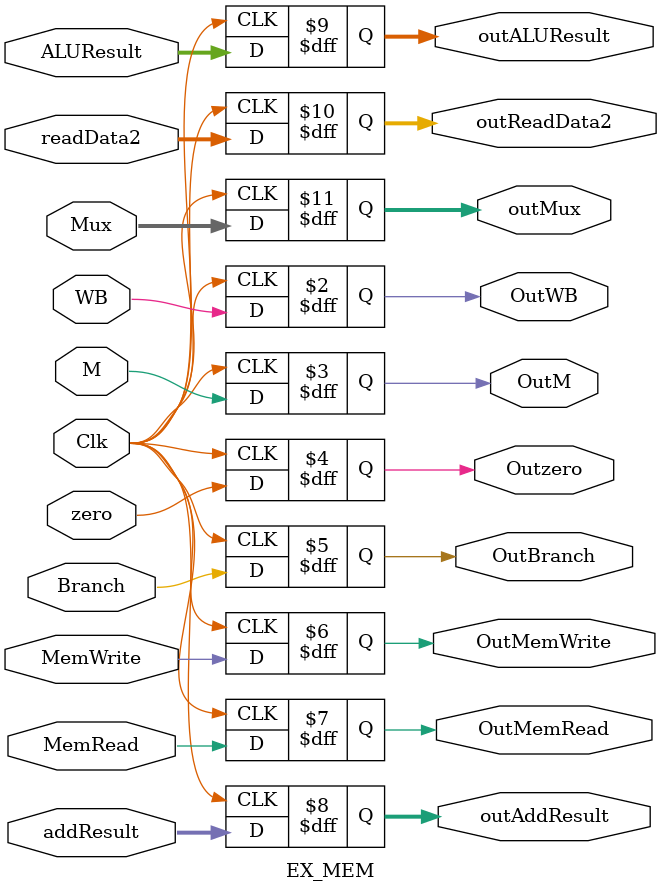
<source format=v>
`timescale 1ns/1ns


module EX_MEM (
    input WB,
	input M,
	input zero,
	input Branch,
	input MemWrite,
	input MemRead,
    input [31:0] addResult, 
	input [31:0] ALUResult, 
	input [31:0] readData2,
    input [4:0] Mux,
	input Clk,
	output reg OutWB,
	output reg OutM,
	output reg Outzero,
	output reg OutBranch,
	output reg OutMemWrite,
	output reg OutMemRead,
    output reg [31:0] outAddResult,
	output reg [31:0] outALUResult, 
	output reg [31:0] outReadData2,
    output reg [4:0] outMux
	
   
   
);
    always @(posedge Clk)
    begin
	OutWB = WB;
	OutM = M;
	Outzero = zero;
	OutBranch = Branch;
	OutMemWrite = MemWrite;
	OutMemRead = MemRead; 
    outAddResult = addResult;
    outALUResult = ALUResult;
    outReadData2 = readData2;
    outMux = Mux;
  
   
    

end 
endmodule 
</source>
